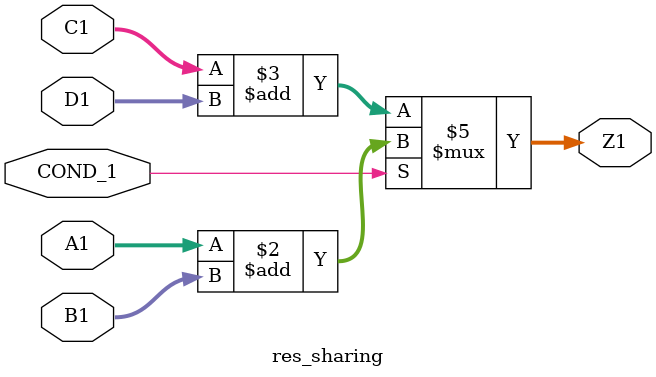
<source format=v>
/* Resource Sharing Example 

* RES_SHARING.V 

* May 2001 

*/ 


module res_sharing (A1, B1, C1, D1, COND_1, Z1); 


input COND_1; 

input [7:0] A1, B1, C1, D1; 

output [7:0] Z1; 


reg [7:0] Z1; 


always @(A1 or B1 or C1 or D1 or COND_1) 

begin 

if (COND_1) 

Z1 <= A1 + B1; 

else 

Z1 <= C1 + D1; 

end 


endmodule 


</source>
